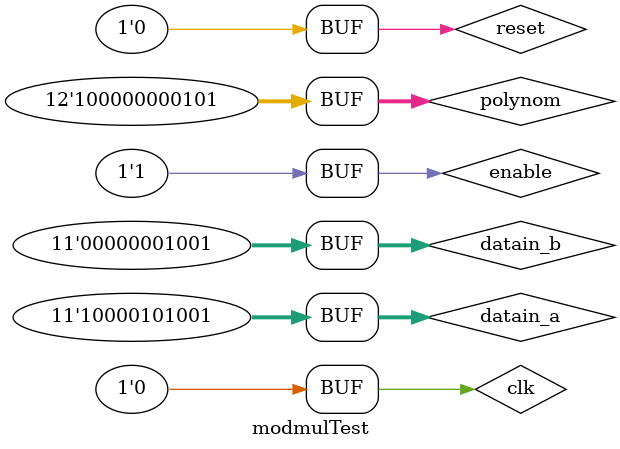
<source format=v>
`timescale 1ns / 1ps


module modmulTest;

	// Inputs
	reg clk;
	reg reset;
	reg [11:0] polynom;
	reg [10:0] datain_a;
	reg [10:0] datain_b;
	reg enable;

	// Outputs
	wire [10:0] dataout;
	wire valid;

	// Instantiate the Unit Under Test (UUT)
	modmul uut (
		.clk(clk), 
		.reset(reset), 
		.polynom(polynom), 
		.datain_a(datain_a), 
		.datain_b(datain_b), 
		.enable(enable), 
		.dataout(dataout), 
		.valid(valid)
	);
	
	
	always
		begin
			clk = 1; #5; clk = 0; #5;
		end

	initial begin
		// Initialize Inputs
		reset = 0;
		polynom = 0;
		datain_a = 0;
		datain_b = 0;
		enable = 0;

		// Wait 100 ns for global reset to finish
		#100;
		reset = 1;
		
		#100;
		reset = 0;
		
		#100;
		datain_a = 11'b10000101001;
		datain_b = 11'b00000001001;
		polynom 	= 12'b100000000101;
		
		#100;
		enable = 1;
		
		
        
		// Add stimulus here

	end
      
endmodule


</source>
